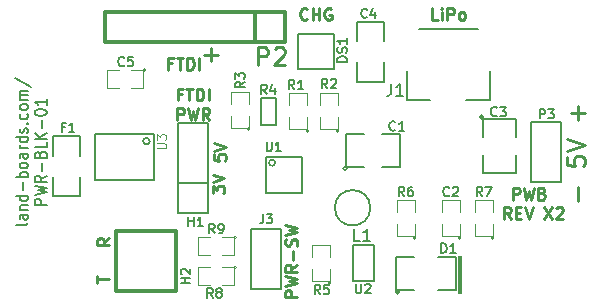
<source format=gto>
G04 (created by PCBNEW (2013-05-31 BZR 4019)-stable) date 9/7/2014 5:27:28 PM*
%MOIN*%
G04 Gerber Fmt 3.4, Leading zero omitted, Abs format*
%FSLAX34Y34*%
G01*
G70*
G90*
G04 APERTURE LIST*
%ADD10C,0.00590551*%
%ADD11C,0.00984252*%
%ADD12C,0.00738189*%
%ADD13C,0.00787402*%
%ADD14C,0.005*%
%ADD15C,0.0039*%
%ADD16C,0.006*%
%ADD17C,0.012*%
%ADD18C,0.008*%
G04 APERTURE END LIST*
G54D10*
G54D11*
X57527Y-26143D02*
X57339Y-26143D01*
X57339Y-25749D01*
X57658Y-26143D02*
X57658Y-25881D01*
X57658Y-25749D02*
X57639Y-25768D01*
X57658Y-25787D01*
X57677Y-25768D01*
X57658Y-25749D01*
X57658Y-25787D01*
X57845Y-26143D02*
X57845Y-25749D01*
X57995Y-25749D01*
X58033Y-25768D01*
X58052Y-25787D01*
X58070Y-25824D01*
X58070Y-25881D01*
X58052Y-25918D01*
X58033Y-25937D01*
X57995Y-25956D01*
X57845Y-25956D01*
X58295Y-26143D02*
X58258Y-26124D01*
X58239Y-26106D01*
X58220Y-26068D01*
X58220Y-25956D01*
X58239Y-25918D01*
X58258Y-25899D01*
X58295Y-25881D01*
X58352Y-25881D01*
X58389Y-25899D01*
X58408Y-25918D01*
X58427Y-25956D01*
X58427Y-26068D01*
X58408Y-26106D01*
X58389Y-26124D01*
X58352Y-26143D01*
X58295Y-26143D01*
X48670Y-27590D02*
X48539Y-27590D01*
X48539Y-27797D02*
X48539Y-27403D01*
X48727Y-27403D01*
X48820Y-27403D02*
X49045Y-27403D01*
X48933Y-27797D02*
X48933Y-27403D01*
X49176Y-27797D02*
X49176Y-27403D01*
X49270Y-27403D01*
X49326Y-27422D01*
X49364Y-27459D01*
X49383Y-27497D01*
X49401Y-27572D01*
X49401Y-27628D01*
X49383Y-27703D01*
X49364Y-27740D01*
X49326Y-27778D01*
X49270Y-27797D01*
X49176Y-27797D01*
X49570Y-27797D02*
X49570Y-27403D01*
X48985Y-28614D02*
X48854Y-28614D01*
X48854Y-28820D02*
X48854Y-28427D01*
X49041Y-28427D01*
X49135Y-28427D02*
X49360Y-28427D01*
X49248Y-28820D02*
X49248Y-28427D01*
X49491Y-28820D02*
X49491Y-28427D01*
X49585Y-28427D01*
X49641Y-28445D01*
X49679Y-28483D01*
X49698Y-28520D01*
X49716Y-28595D01*
X49716Y-28652D01*
X49698Y-28727D01*
X49679Y-28764D01*
X49641Y-28802D01*
X49585Y-28820D01*
X49491Y-28820D01*
X49885Y-28820D02*
X49885Y-28427D01*
X48845Y-29470D02*
X48845Y-29076D01*
X48995Y-29076D01*
X49032Y-29095D01*
X49051Y-29114D01*
X49070Y-29151D01*
X49070Y-29207D01*
X49051Y-29245D01*
X49032Y-29264D01*
X48995Y-29282D01*
X48845Y-29282D01*
X49201Y-29076D02*
X49295Y-29470D01*
X49370Y-29189D01*
X49445Y-29470D01*
X49538Y-29076D01*
X49913Y-29470D02*
X49782Y-29282D01*
X49688Y-29470D02*
X49688Y-29076D01*
X49838Y-29076D01*
X49876Y-29095D01*
X49895Y-29114D01*
X49913Y-29151D01*
X49913Y-29207D01*
X49895Y-29245D01*
X49876Y-29264D01*
X49838Y-29282D01*
X49688Y-29282D01*
X62199Y-32165D02*
X62199Y-31715D01*
X61833Y-30703D02*
X61833Y-30984D01*
X62114Y-31012D01*
X62086Y-30984D01*
X62058Y-30928D01*
X62058Y-30787D01*
X62086Y-30731D01*
X62114Y-30703D01*
X62170Y-30674D01*
X62311Y-30674D01*
X62367Y-30703D01*
X62395Y-30731D01*
X62424Y-30787D01*
X62424Y-30928D01*
X62395Y-30984D01*
X62367Y-31012D01*
X61833Y-30506D02*
X62424Y-30309D01*
X61833Y-30112D01*
X62199Y-29465D02*
X62199Y-29015D01*
X62424Y-29240D02*
X61974Y-29240D01*
X53183Y-26106D02*
X53164Y-26124D01*
X53108Y-26143D01*
X53070Y-26143D01*
X53014Y-26124D01*
X52977Y-26087D01*
X52958Y-26049D01*
X52939Y-25974D01*
X52939Y-25918D01*
X52958Y-25843D01*
X52977Y-25806D01*
X53014Y-25768D01*
X53070Y-25749D01*
X53108Y-25749D01*
X53164Y-25768D01*
X53183Y-25787D01*
X53352Y-26143D02*
X53352Y-25749D01*
X53352Y-25937D02*
X53577Y-25937D01*
X53577Y-26143D02*
X53577Y-25749D01*
X53970Y-25768D02*
X53933Y-25749D01*
X53877Y-25749D01*
X53820Y-25768D01*
X53783Y-25806D01*
X53764Y-25843D01*
X53745Y-25918D01*
X53745Y-25974D01*
X53764Y-26049D01*
X53783Y-26087D01*
X53820Y-26124D01*
X53877Y-26143D01*
X53914Y-26143D01*
X53970Y-26124D01*
X53989Y-26106D01*
X53989Y-25974D01*
X53914Y-25974D01*
X52836Y-35374D02*
X52442Y-35374D01*
X52442Y-35224D01*
X52461Y-35186D01*
X52480Y-35167D01*
X52517Y-35149D01*
X52574Y-35149D01*
X52611Y-35167D01*
X52630Y-35186D01*
X52649Y-35224D01*
X52649Y-35374D01*
X52442Y-35017D02*
X52836Y-34924D01*
X52555Y-34849D01*
X52836Y-34774D01*
X52442Y-34680D01*
X52836Y-34305D02*
X52649Y-34436D01*
X52836Y-34530D02*
X52442Y-34530D01*
X52442Y-34380D01*
X52461Y-34342D01*
X52480Y-34324D01*
X52517Y-34305D01*
X52574Y-34305D01*
X52611Y-34324D01*
X52630Y-34342D01*
X52649Y-34380D01*
X52649Y-34530D01*
X52686Y-34136D02*
X52686Y-33836D01*
X52817Y-33667D02*
X52836Y-33611D01*
X52836Y-33517D01*
X52817Y-33480D01*
X52799Y-33461D01*
X52761Y-33443D01*
X52724Y-33443D01*
X52686Y-33461D01*
X52667Y-33480D01*
X52649Y-33517D01*
X52630Y-33592D01*
X52611Y-33630D01*
X52592Y-33649D01*
X52555Y-33667D01*
X52517Y-33667D01*
X52480Y-33649D01*
X52461Y-33630D01*
X52442Y-33592D01*
X52442Y-33499D01*
X52461Y-33443D01*
X52442Y-33311D02*
X52836Y-33218D01*
X52555Y-33143D01*
X52836Y-33068D01*
X52442Y-32974D01*
X60033Y-32127D02*
X60033Y-31734D01*
X60183Y-31734D01*
X60221Y-31752D01*
X60239Y-31771D01*
X60258Y-31809D01*
X60258Y-31865D01*
X60239Y-31902D01*
X60221Y-31921D01*
X60183Y-31940D01*
X60033Y-31940D01*
X60389Y-31734D02*
X60483Y-32127D01*
X60558Y-31846D01*
X60633Y-32127D01*
X60727Y-31734D01*
X61008Y-31921D02*
X61064Y-31940D01*
X61083Y-31959D01*
X61102Y-31996D01*
X61102Y-32052D01*
X61083Y-32090D01*
X61064Y-32109D01*
X61027Y-32127D01*
X60877Y-32127D01*
X60877Y-31734D01*
X61008Y-31734D01*
X61046Y-31752D01*
X61064Y-31771D01*
X61083Y-31809D01*
X61083Y-31846D01*
X61064Y-31884D01*
X61046Y-31902D01*
X61008Y-31921D01*
X60877Y-31921D01*
X59958Y-32777D02*
X59827Y-32589D01*
X59733Y-32777D02*
X59733Y-32383D01*
X59883Y-32383D01*
X59921Y-32402D01*
X59940Y-32421D01*
X59958Y-32458D01*
X59958Y-32514D01*
X59940Y-32552D01*
X59921Y-32571D01*
X59883Y-32589D01*
X59733Y-32589D01*
X60127Y-32571D02*
X60258Y-32571D01*
X60314Y-32777D02*
X60127Y-32777D01*
X60127Y-32383D01*
X60314Y-32383D01*
X60427Y-32383D02*
X60558Y-32777D01*
X60689Y-32383D01*
X61083Y-32383D02*
X61346Y-32777D01*
X61346Y-32383D02*
X61083Y-32777D01*
X61477Y-32421D02*
X61496Y-32402D01*
X61533Y-32383D01*
X61627Y-32383D01*
X61664Y-32402D01*
X61683Y-32421D01*
X61702Y-32458D01*
X61702Y-32496D01*
X61683Y-32552D01*
X61458Y-32777D01*
X61702Y-32777D01*
X49735Y-27297D02*
X50185Y-27297D01*
X49960Y-27522D02*
X49960Y-27072D01*
X50021Y-31914D02*
X50021Y-31670D01*
X50171Y-31801D01*
X50171Y-31745D01*
X50190Y-31707D01*
X50209Y-31689D01*
X50246Y-31670D01*
X50340Y-31670D01*
X50377Y-31689D01*
X50396Y-31707D01*
X50415Y-31745D01*
X50415Y-31857D01*
X50396Y-31895D01*
X50377Y-31914D01*
X50021Y-31557D02*
X50415Y-31426D01*
X50021Y-31295D01*
X50060Y-30626D02*
X50060Y-30813D01*
X50248Y-30832D01*
X50229Y-30813D01*
X50210Y-30776D01*
X50210Y-30682D01*
X50229Y-30644D01*
X50248Y-30626D01*
X50285Y-30607D01*
X50379Y-30607D01*
X50417Y-30626D01*
X50435Y-30644D01*
X50454Y-30682D01*
X50454Y-30776D01*
X50435Y-30813D01*
X50417Y-30832D01*
X50060Y-30494D02*
X50454Y-30363D01*
X50060Y-30232D01*
X46182Y-34893D02*
X46182Y-34668D01*
X46576Y-34780D02*
X46182Y-34780D01*
X46576Y-33412D02*
X46389Y-33543D01*
X46576Y-33637D02*
X46182Y-33637D01*
X46182Y-33487D01*
X46201Y-33449D01*
X46220Y-33430D01*
X46257Y-33412D01*
X46314Y-33412D01*
X46351Y-33430D01*
X46370Y-33449D01*
X46389Y-33487D01*
X46389Y-33637D01*
G54D12*
X43860Y-32921D02*
X43841Y-32955D01*
X43803Y-32972D01*
X43466Y-32972D01*
X43860Y-32634D02*
X43653Y-32634D01*
X43616Y-32651D01*
X43597Y-32685D01*
X43597Y-32753D01*
X43616Y-32786D01*
X43841Y-32634D02*
X43860Y-32668D01*
X43860Y-32753D01*
X43841Y-32786D01*
X43803Y-32803D01*
X43766Y-32803D01*
X43728Y-32786D01*
X43710Y-32753D01*
X43710Y-32668D01*
X43691Y-32634D01*
X43597Y-32466D02*
X43860Y-32466D01*
X43635Y-32466D02*
X43616Y-32449D01*
X43597Y-32415D01*
X43597Y-32365D01*
X43616Y-32331D01*
X43653Y-32314D01*
X43860Y-32314D01*
X43860Y-31993D02*
X43466Y-31993D01*
X43841Y-31993D02*
X43860Y-32027D01*
X43860Y-32095D01*
X43841Y-32128D01*
X43822Y-32145D01*
X43785Y-32162D01*
X43672Y-32162D01*
X43635Y-32145D01*
X43616Y-32128D01*
X43597Y-32095D01*
X43597Y-32027D01*
X43616Y-31993D01*
X43710Y-31825D02*
X43710Y-31555D01*
X43860Y-31386D02*
X43466Y-31386D01*
X43616Y-31386D02*
X43597Y-31352D01*
X43597Y-31285D01*
X43616Y-31251D01*
X43635Y-31234D01*
X43672Y-31217D01*
X43785Y-31217D01*
X43822Y-31234D01*
X43841Y-31251D01*
X43860Y-31285D01*
X43860Y-31352D01*
X43841Y-31386D01*
X43860Y-31015D02*
X43841Y-31048D01*
X43822Y-31065D01*
X43785Y-31082D01*
X43672Y-31082D01*
X43635Y-31065D01*
X43616Y-31048D01*
X43597Y-31015D01*
X43597Y-30964D01*
X43616Y-30930D01*
X43635Y-30913D01*
X43672Y-30897D01*
X43785Y-30897D01*
X43822Y-30913D01*
X43841Y-30930D01*
X43860Y-30964D01*
X43860Y-31015D01*
X43860Y-30593D02*
X43653Y-30593D01*
X43616Y-30610D01*
X43597Y-30643D01*
X43597Y-30711D01*
X43616Y-30745D01*
X43841Y-30593D02*
X43860Y-30627D01*
X43860Y-30711D01*
X43841Y-30745D01*
X43803Y-30762D01*
X43766Y-30762D01*
X43728Y-30745D01*
X43710Y-30711D01*
X43710Y-30627D01*
X43691Y-30593D01*
X43860Y-30424D02*
X43597Y-30424D01*
X43672Y-30424D02*
X43635Y-30407D01*
X43616Y-30390D01*
X43597Y-30357D01*
X43597Y-30323D01*
X43860Y-30053D02*
X43466Y-30053D01*
X43841Y-30053D02*
X43860Y-30087D01*
X43860Y-30154D01*
X43841Y-30188D01*
X43822Y-30205D01*
X43785Y-30222D01*
X43672Y-30222D01*
X43635Y-30205D01*
X43616Y-30188D01*
X43597Y-30154D01*
X43597Y-30087D01*
X43616Y-30053D01*
X43841Y-29901D02*
X43860Y-29867D01*
X43860Y-29800D01*
X43841Y-29766D01*
X43803Y-29749D01*
X43785Y-29749D01*
X43747Y-29766D01*
X43728Y-29800D01*
X43728Y-29850D01*
X43710Y-29884D01*
X43672Y-29901D01*
X43653Y-29901D01*
X43616Y-29884D01*
X43597Y-29850D01*
X43597Y-29800D01*
X43616Y-29766D01*
X43822Y-29597D02*
X43841Y-29580D01*
X43860Y-29597D01*
X43841Y-29614D01*
X43822Y-29597D01*
X43860Y-29597D01*
X43841Y-29277D02*
X43860Y-29311D01*
X43860Y-29378D01*
X43841Y-29412D01*
X43822Y-29429D01*
X43785Y-29446D01*
X43672Y-29446D01*
X43635Y-29429D01*
X43616Y-29412D01*
X43597Y-29378D01*
X43597Y-29311D01*
X43616Y-29277D01*
X43860Y-29074D02*
X43841Y-29108D01*
X43822Y-29125D01*
X43785Y-29142D01*
X43672Y-29142D01*
X43635Y-29125D01*
X43616Y-29108D01*
X43597Y-29074D01*
X43597Y-29024D01*
X43616Y-28990D01*
X43635Y-28973D01*
X43672Y-28956D01*
X43785Y-28956D01*
X43822Y-28973D01*
X43841Y-28990D01*
X43860Y-29024D01*
X43860Y-29074D01*
X43860Y-28804D02*
X43597Y-28804D01*
X43635Y-28804D02*
X43616Y-28787D01*
X43597Y-28754D01*
X43597Y-28703D01*
X43616Y-28669D01*
X43653Y-28652D01*
X43860Y-28652D01*
X43653Y-28652D02*
X43616Y-28636D01*
X43597Y-28602D01*
X43597Y-28551D01*
X43616Y-28517D01*
X43653Y-28501D01*
X43860Y-28501D01*
X43447Y-28079D02*
X43953Y-28383D01*
X44485Y-32297D02*
X44091Y-32297D01*
X44091Y-32162D01*
X44110Y-32128D01*
X44128Y-32111D01*
X44166Y-32095D01*
X44222Y-32095D01*
X44260Y-32111D01*
X44278Y-32128D01*
X44297Y-32162D01*
X44297Y-32297D01*
X44091Y-31976D02*
X44485Y-31892D01*
X44203Y-31825D01*
X44485Y-31757D01*
X44091Y-31673D01*
X44485Y-31335D02*
X44297Y-31453D01*
X44485Y-31538D02*
X44091Y-31538D01*
X44091Y-31403D01*
X44110Y-31369D01*
X44128Y-31352D01*
X44166Y-31335D01*
X44222Y-31335D01*
X44260Y-31352D01*
X44278Y-31369D01*
X44297Y-31403D01*
X44297Y-31538D01*
X44335Y-31183D02*
X44335Y-30913D01*
X44278Y-30627D02*
X44297Y-30576D01*
X44316Y-30559D01*
X44353Y-30542D01*
X44410Y-30542D01*
X44447Y-30559D01*
X44466Y-30576D01*
X44485Y-30610D01*
X44485Y-30745D01*
X44091Y-30745D01*
X44091Y-30627D01*
X44110Y-30593D01*
X44128Y-30576D01*
X44166Y-30559D01*
X44203Y-30559D01*
X44241Y-30576D01*
X44260Y-30593D01*
X44278Y-30627D01*
X44278Y-30745D01*
X44485Y-30222D02*
X44485Y-30390D01*
X44091Y-30390D01*
X44485Y-30104D02*
X44091Y-30104D01*
X44485Y-29901D02*
X44260Y-30053D01*
X44091Y-29901D02*
X44316Y-30104D01*
X44335Y-29749D02*
X44335Y-29479D01*
X44091Y-29243D02*
X44091Y-29209D01*
X44110Y-29176D01*
X44128Y-29159D01*
X44166Y-29142D01*
X44241Y-29125D01*
X44335Y-29125D01*
X44410Y-29142D01*
X44447Y-29159D01*
X44466Y-29176D01*
X44485Y-29209D01*
X44485Y-29243D01*
X44466Y-29277D01*
X44447Y-29294D01*
X44410Y-29311D01*
X44335Y-29327D01*
X44241Y-29327D01*
X44166Y-29311D01*
X44128Y-29294D01*
X44110Y-29277D01*
X44091Y-29243D01*
X44485Y-28787D02*
X44485Y-28990D01*
X44485Y-28889D02*
X44091Y-28889D01*
X44147Y-28922D01*
X44185Y-28956D01*
X44203Y-28990D01*
G54D13*
X58228Y-34015D02*
X58228Y-35236D01*
X58307Y-34015D02*
X58307Y-35236D01*
G54D14*
X59057Y-29384D02*
G75*
G03X59057Y-29384I-70J0D01*
G74*
G01*
X60136Y-30034D02*
X60136Y-29434D01*
X60136Y-29434D02*
X59036Y-29434D01*
X59036Y-29434D02*
X59036Y-30034D01*
X59036Y-30634D02*
X59036Y-31234D01*
X59036Y-31234D02*
X60136Y-31234D01*
X60136Y-31234D02*
X60136Y-30634D01*
G54D15*
X54247Y-29842D02*
G75*
G03X54247Y-29842I-50J0D01*
G74*
G01*
X54197Y-29392D02*
X54197Y-29792D01*
X54197Y-29792D02*
X53597Y-29792D01*
X53597Y-29792D02*
X53597Y-29392D01*
X53597Y-28992D02*
X53597Y-28592D01*
X53597Y-28592D02*
X54197Y-28592D01*
X54197Y-28592D02*
X54197Y-28992D01*
X53224Y-29842D02*
G75*
G03X53224Y-29842I-50J0D01*
G74*
G01*
X53174Y-29392D02*
X53174Y-29792D01*
X53174Y-29792D02*
X52574Y-29792D01*
X52574Y-29792D02*
X52574Y-29392D01*
X52574Y-28992D02*
X52574Y-28592D01*
X52574Y-28592D02*
X53174Y-28592D01*
X53174Y-28592D02*
X53174Y-28992D01*
X51275Y-29783D02*
G75*
G03X51275Y-29783I-50J0D01*
G74*
G01*
X51225Y-29333D02*
X51225Y-29733D01*
X51225Y-29733D02*
X50625Y-29733D01*
X50625Y-29733D02*
X50625Y-29333D01*
X50625Y-28933D02*
X50625Y-28533D01*
X50625Y-28533D02*
X51225Y-28533D01*
X51225Y-28533D02*
X51225Y-28933D01*
G54D14*
X56246Y-35206D02*
G75*
G03X56246Y-35206I-70J0D01*
G74*
G01*
X56725Y-34056D02*
X56125Y-34056D01*
X56125Y-34056D02*
X56125Y-35156D01*
X56125Y-35156D02*
X56725Y-35156D01*
X57525Y-35156D02*
X58125Y-35156D01*
X58125Y-35156D02*
X58125Y-34056D01*
X58125Y-34056D02*
X57525Y-34056D01*
G54D15*
X53972Y-34901D02*
G75*
G03X53972Y-34901I-50J0D01*
G74*
G01*
X53922Y-34451D02*
X53922Y-34851D01*
X53922Y-34851D02*
X53322Y-34851D01*
X53322Y-34851D02*
X53322Y-34451D01*
X53322Y-34051D02*
X53322Y-33651D01*
X53322Y-33651D02*
X53922Y-33651D01*
X53922Y-33651D02*
X53922Y-34051D01*
X50818Y-33381D02*
G75*
G03X50818Y-33381I-50J0D01*
G74*
G01*
X50318Y-33381D02*
X50718Y-33381D01*
X50718Y-33381D02*
X50718Y-33981D01*
X50718Y-33981D02*
X50318Y-33981D01*
X49918Y-33981D02*
X49518Y-33981D01*
X49518Y-33981D02*
X49518Y-33381D01*
X49518Y-33381D02*
X49918Y-33381D01*
X59405Y-33405D02*
G75*
G03X59405Y-33405I-50J0D01*
G74*
G01*
X59355Y-32955D02*
X59355Y-33355D01*
X59355Y-33355D02*
X58755Y-33355D01*
X58755Y-33355D02*
X58755Y-32955D01*
X58755Y-32555D02*
X58755Y-32155D01*
X58755Y-32155D02*
X59355Y-32155D01*
X59355Y-32155D02*
X59355Y-32555D01*
X56806Y-33405D02*
G75*
G03X56806Y-33405I-50J0D01*
G74*
G01*
X56756Y-32955D02*
X56756Y-33355D01*
X56756Y-33355D02*
X56156Y-33355D01*
X56156Y-33355D02*
X56156Y-32955D01*
X56156Y-32555D02*
X56156Y-32155D01*
X56156Y-32155D02*
X56756Y-32155D01*
X56756Y-32155D02*
X56756Y-32555D01*
G54D10*
X52874Y-27775D02*
X52874Y-26594D01*
X52874Y-26594D02*
X54055Y-26594D01*
X54055Y-26594D02*
X54055Y-27775D01*
X54055Y-27775D02*
X52874Y-27775D01*
G54D16*
X49870Y-32582D02*
X48870Y-32582D01*
X48870Y-32582D02*
X48870Y-29582D01*
X48870Y-29582D02*
X49870Y-29582D01*
X49870Y-29582D02*
X49870Y-32582D01*
X48870Y-31582D02*
X49870Y-31582D01*
G54D17*
X46795Y-35173D02*
X46795Y-33173D01*
X46795Y-33173D02*
X48795Y-33173D01*
X48795Y-33173D02*
X48795Y-35173D01*
X48795Y-35173D02*
X46795Y-35173D01*
X52448Y-25877D02*
X52448Y-26877D01*
X52448Y-26877D02*
X46448Y-26877D01*
X46448Y-26877D02*
X46448Y-25877D01*
X46448Y-25877D02*
X52448Y-25877D01*
X51448Y-25877D02*
X51448Y-26877D01*
G54D15*
X47786Y-27810D02*
G75*
G03X47786Y-27810I-50J0D01*
G74*
G01*
X47286Y-27810D02*
X47686Y-27810D01*
X47686Y-27810D02*
X47686Y-28410D01*
X47686Y-28410D02*
X47286Y-28410D01*
X46886Y-28410D02*
X46486Y-28410D01*
X46486Y-28410D02*
X46486Y-27810D01*
X46486Y-27810D02*
X46886Y-27810D01*
X58302Y-33405D02*
G75*
G03X58302Y-33405I-50J0D01*
G74*
G01*
X58252Y-32955D02*
X58252Y-33355D01*
X58252Y-33355D02*
X57652Y-33355D01*
X57652Y-33355D02*
X57652Y-32955D01*
X57652Y-32555D02*
X57652Y-32155D01*
X57652Y-32155D02*
X58252Y-32155D01*
X58252Y-32155D02*
X58252Y-32555D01*
G54D14*
X54494Y-31092D02*
G75*
G03X54494Y-31092I-70J0D01*
G74*
G01*
X55074Y-29942D02*
X54474Y-29942D01*
X54474Y-29942D02*
X54474Y-31042D01*
X54474Y-31042D02*
X55074Y-31042D01*
X55674Y-31042D02*
X56274Y-31042D01*
X56274Y-31042D02*
X56274Y-29942D01*
X56274Y-29942D02*
X55674Y-29942D01*
X51639Y-29642D02*
X51639Y-28742D01*
X51639Y-28742D02*
X52139Y-28742D01*
X52139Y-28742D02*
X52139Y-29642D01*
X52139Y-29642D02*
X51639Y-29642D01*
G54D15*
X50818Y-34385D02*
G75*
G03X50818Y-34385I-50J0D01*
G74*
G01*
X50318Y-34385D02*
X50718Y-34385D01*
X50718Y-34385D02*
X50718Y-34985D01*
X50718Y-34985D02*
X50318Y-34985D01*
X49918Y-34985D02*
X49518Y-34985D01*
X49518Y-34985D02*
X49518Y-34385D01*
X49518Y-34385D02*
X49918Y-34385D01*
G54D14*
X54689Y-33651D02*
X55389Y-33651D01*
X55389Y-33651D02*
X55389Y-34851D01*
X55389Y-34851D02*
X54689Y-34851D01*
X54689Y-34851D02*
X54689Y-33651D01*
G54D18*
X52101Y-30899D02*
G75*
G03X52101Y-30899I-100J0D01*
G74*
G01*
X51801Y-31899D02*
X51801Y-30699D01*
X51801Y-30699D02*
X53001Y-30699D01*
X53001Y-30699D02*
X53001Y-31899D01*
X53001Y-31899D02*
X51801Y-31899D01*
G54D14*
X48061Y-29933D02*
X46111Y-29933D01*
X46111Y-29933D02*
X46111Y-31483D01*
X46111Y-31483D02*
X48061Y-31483D01*
X48061Y-31483D02*
X48061Y-29933D01*
X47923Y-30183D02*
G75*
G03X47923Y-30183I-111J0D01*
G74*
G01*
G54D10*
X55275Y-32401D02*
G75*
G03X55275Y-32401I-590J0D01*
G74*
G01*
X58464Y-28818D02*
X59251Y-28818D01*
X59251Y-28818D02*
X59251Y-27834D01*
X56496Y-27834D02*
X56496Y-28818D01*
X56496Y-28818D02*
X57283Y-28818D01*
X56889Y-26456D02*
X58858Y-26456D01*
G54D16*
X60641Y-29531D02*
X61641Y-29531D01*
X61641Y-29531D02*
X61641Y-31531D01*
X61641Y-31531D02*
X60641Y-31531D01*
X60641Y-31531D02*
X60641Y-29531D01*
G54D14*
X45607Y-30023D02*
X44707Y-30023D01*
X44707Y-30023D02*
X44707Y-30673D01*
X45607Y-31373D02*
X45607Y-32023D01*
X45607Y-32023D02*
X44707Y-32023D01*
X44707Y-32023D02*
X44707Y-31373D01*
X45607Y-30673D02*
X45607Y-30023D01*
X54825Y-28204D02*
X55725Y-28204D01*
X55725Y-28204D02*
X55725Y-27554D01*
X54825Y-26854D02*
X54825Y-26204D01*
X54825Y-26204D02*
X55725Y-26204D01*
X55725Y-26204D02*
X55725Y-26854D01*
X54825Y-27554D02*
X54825Y-28204D01*
G54D16*
X51311Y-33094D02*
X52311Y-33094D01*
X52311Y-33094D02*
X52311Y-35094D01*
X52311Y-35094D02*
X51311Y-35094D01*
X51311Y-35094D02*
X51311Y-33094D01*
G54D10*
X59494Y-29329D02*
X59479Y-29344D01*
X59434Y-29359D01*
X59404Y-29359D01*
X59359Y-29344D01*
X59329Y-29314D01*
X59314Y-29284D01*
X59299Y-29224D01*
X59299Y-29179D01*
X59314Y-29119D01*
X59329Y-29089D01*
X59359Y-29059D01*
X59404Y-29044D01*
X59434Y-29044D01*
X59479Y-29059D01*
X59494Y-29074D01*
X59599Y-29044D02*
X59794Y-29044D01*
X59689Y-29164D01*
X59734Y-29164D01*
X59764Y-29179D01*
X59779Y-29194D01*
X59794Y-29224D01*
X59794Y-29299D01*
X59779Y-29329D01*
X59764Y-29344D01*
X59734Y-29359D01*
X59644Y-29359D01*
X59614Y-29344D01*
X59599Y-29329D01*
X53845Y-28420D02*
X53740Y-28270D01*
X53665Y-28420D02*
X53665Y-28105D01*
X53785Y-28105D01*
X53815Y-28120D01*
X53830Y-28135D01*
X53845Y-28165D01*
X53845Y-28210D01*
X53830Y-28240D01*
X53815Y-28255D01*
X53785Y-28270D01*
X53665Y-28270D01*
X53965Y-28135D02*
X53980Y-28120D01*
X54010Y-28105D01*
X54085Y-28105D01*
X54115Y-28120D01*
X54130Y-28135D01*
X54145Y-28165D01*
X54145Y-28195D01*
X54130Y-28240D01*
X53950Y-28420D01*
X54145Y-28420D01*
X52742Y-28454D02*
X52637Y-28304D01*
X52562Y-28454D02*
X52562Y-28139D01*
X52682Y-28139D01*
X52712Y-28154D01*
X52727Y-28169D01*
X52742Y-28199D01*
X52742Y-28244D01*
X52727Y-28274D01*
X52712Y-28289D01*
X52682Y-28304D01*
X52562Y-28304D01*
X53042Y-28454D02*
X52862Y-28454D01*
X52952Y-28454D02*
X52952Y-28139D01*
X52922Y-28184D01*
X52892Y-28214D01*
X52862Y-28229D01*
X51092Y-28202D02*
X50942Y-28307D01*
X51092Y-28382D02*
X50777Y-28382D01*
X50777Y-28262D01*
X50792Y-28232D01*
X50807Y-28217D01*
X50837Y-28202D01*
X50882Y-28202D01*
X50912Y-28217D01*
X50927Y-28232D01*
X50942Y-28262D01*
X50942Y-28382D01*
X50777Y-28097D02*
X50777Y-27902D01*
X50897Y-28007D01*
X50897Y-27962D01*
X50912Y-27932D01*
X50927Y-27917D01*
X50957Y-27902D01*
X51032Y-27902D01*
X51062Y-27917D01*
X51077Y-27932D01*
X51092Y-27962D01*
X51092Y-28052D01*
X51077Y-28082D01*
X51062Y-28097D01*
X57641Y-33907D02*
X57641Y-33592D01*
X57716Y-33592D01*
X57761Y-33607D01*
X57791Y-33637D01*
X57806Y-33667D01*
X57821Y-33727D01*
X57821Y-33772D01*
X57806Y-33832D01*
X57791Y-33862D01*
X57761Y-33892D01*
X57716Y-33907D01*
X57641Y-33907D01*
X58121Y-33907D02*
X57941Y-33907D01*
X58031Y-33907D02*
X58031Y-33592D01*
X58001Y-33637D01*
X57971Y-33667D01*
X57941Y-33682D01*
X53608Y-35284D02*
X53503Y-35134D01*
X53428Y-35284D02*
X53428Y-34970D01*
X53548Y-34970D01*
X53578Y-34985D01*
X53593Y-35000D01*
X53608Y-35029D01*
X53608Y-35074D01*
X53593Y-35104D01*
X53578Y-35119D01*
X53548Y-35134D01*
X53428Y-35134D01*
X53893Y-34970D02*
X53743Y-34970D01*
X53728Y-35119D01*
X53743Y-35104D01*
X53773Y-35089D01*
X53848Y-35089D01*
X53878Y-35104D01*
X53893Y-35119D01*
X53908Y-35149D01*
X53908Y-35224D01*
X53893Y-35254D01*
X53878Y-35269D01*
X53848Y-35284D01*
X53773Y-35284D01*
X53743Y-35269D01*
X53728Y-35254D01*
X50085Y-33257D02*
X49980Y-33107D01*
X49905Y-33257D02*
X49905Y-32942D01*
X50025Y-32942D01*
X50055Y-32957D01*
X50070Y-32972D01*
X50085Y-33002D01*
X50085Y-33047D01*
X50070Y-33077D01*
X50055Y-33092D01*
X50025Y-33107D01*
X49905Y-33107D01*
X50235Y-33257D02*
X50295Y-33257D01*
X50325Y-33242D01*
X50340Y-33227D01*
X50370Y-33182D01*
X50385Y-33122D01*
X50385Y-33002D01*
X50370Y-32972D01*
X50355Y-32957D01*
X50325Y-32942D01*
X50265Y-32942D01*
X50235Y-32957D01*
X50220Y-32972D01*
X50205Y-33002D01*
X50205Y-33077D01*
X50220Y-33107D01*
X50235Y-33122D01*
X50265Y-33137D01*
X50325Y-33137D01*
X50355Y-33122D01*
X50370Y-33107D01*
X50385Y-33077D01*
X59002Y-32017D02*
X58897Y-31867D01*
X58822Y-32017D02*
X58822Y-31702D01*
X58942Y-31702D01*
X58972Y-31717D01*
X58987Y-31732D01*
X59002Y-31762D01*
X59002Y-31807D01*
X58987Y-31837D01*
X58972Y-31852D01*
X58942Y-31867D01*
X58822Y-31867D01*
X59107Y-31702D02*
X59317Y-31702D01*
X59182Y-32017D01*
X56404Y-32017D02*
X56299Y-31867D01*
X56224Y-32017D02*
X56224Y-31702D01*
X56344Y-31702D01*
X56374Y-31717D01*
X56389Y-31732D01*
X56404Y-31762D01*
X56404Y-31807D01*
X56389Y-31837D01*
X56374Y-31852D01*
X56344Y-31867D01*
X56224Y-31867D01*
X56674Y-31702D02*
X56614Y-31702D01*
X56584Y-31717D01*
X56569Y-31732D01*
X56539Y-31777D01*
X56524Y-31837D01*
X56524Y-31957D01*
X56539Y-31987D01*
X56554Y-32002D01*
X56584Y-32017D01*
X56644Y-32017D01*
X56674Y-32002D01*
X56689Y-31987D01*
X56704Y-31957D01*
X56704Y-31882D01*
X56689Y-31852D01*
X56674Y-31837D01*
X56644Y-31822D01*
X56584Y-31822D01*
X56554Y-31837D01*
X56539Y-31852D01*
X56524Y-31882D01*
X54497Y-27528D02*
X54182Y-27528D01*
X54182Y-27453D01*
X54197Y-27408D01*
X54227Y-27378D01*
X54257Y-27363D01*
X54317Y-27348D01*
X54362Y-27348D01*
X54422Y-27363D01*
X54452Y-27378D01*
X54482Y-27408D01*
X54497Y-27453D01*
X54497Y-27528D01*
X54482Y-27228D02*
X54497Y-27183D01*
X54497Y-27108D01*
X54482Y-27078D01*
X54467Y-27063D01*
X54437Y-27048D01*
X54407Y-27048D01*
X54377Y-27063D01*
X54362Y-27078D01*
X54347Y-27108D01*
X54332Y-27168D01*
X54317Y-27198D01*
X54302Y-27213D01*
X54272Y-27228D01*
X54242Y-27228D01*
X54212Y-27213D01*
X54197Y-27198D01*
X54182Y-27168D01*
X54182Y-27093D01*
X54197Y-27048D01*
X54497Y-26748D02*
X54497Y-26928D01*
X54497Y-26838D02*
X54182Y-26838D01*
X54227Y-26868D01*
X54257Y-26898D01*
X54272Y-26928D01*
X49208Y-33021D02*
X49208Y-32706D01*
X49208Y-32856D02*
X49388Y-32856D01*
X49388Y-33021D02*
X49388Y-32706D01*
X49703Y-33021D02*
X49523Y-33021D01*
X49613Y-33021D02*
X49613Y-32706D01*
X49583Y-32751D01*
X49553Y-32781D01*
X49523Y-32796D01*
X49281Y-34925D02*
X48966Y-34925D01*
X49116Y-34925D02*
X49116Y-34745D01*
X49281Y-34745D02*
X48966Y-34745D01*
X48996Y-34610D02*
X48981Y-34595D01*
X48966Y-34565D01*
X48966Y-34490D01*
X48981Y-34460D01*
X48996Y-34445D01*
X49026Y-34430D01*
X49056Y-34430D01*
X49101Y-34445D01*
X49281Y-34625D01*
X49281Y-34430D01*
G54D11*
X51532Y-27640D02*
X51532Y-27050D01*
X51757Y-27050D01*
X51813Y-27078D01*
X51841Y-27106D01*
X51870Y-27162D01*
X51870Y-27246D01*
X51841Y-27303D01*
X51813Y-27331D01*
X51757Y-27359D01*
X51532Y-27359D01*
X52095Y-27106D02*
X52123Y-27078D01*
X52179Y-27050D01*
X52320Y-27050D01*
X52376Y-27078D01*
X52404Y-27106D01*
X52432Y-27162D01*
X52432Y-27218D01*
X52404Y-27303D01*
X52066Y-27640D01*
X52432Y-27640D01*
G54D10*
X47073Y-27656D02*
X47058Y-27671D01*
X47013Y-27686D01*
X46983Y-27686D01*
X46938Y-27671D01*
X46908Y-27641D01*
X46893Y-27611D01*
X46878Y-27551D01*
X46878Y-27506D01*
X46893Y-27446D01*
X46908Y-27416D01*
X46938Y-27386D01*
X46983Y-27371D01*
X47013Y-27371D01*
X47058Y-27386D01*
X47073Y-27401D01*
X47358Y-27371D02*
X47208Y-27371D01*
X47193Y-27521D01*
X47208Y-27506D01*
X47238Y-27491D01*
X47313Y-27491D01*
X47343Y-27506D01*
X47358Y-27521D01*
X47373Y-27551D01*
X47373Y-27626D01*
X47358Y-27656D01*
X47343Y-27671D01*
X47313Y-27686D01*
X47238Y-27686D01*
X47208Y-27671D01*
X47193Y-27656D01*
X57900Y-31987D02*
X57885Y-32002D01*
X57840Y-32017D01*
X57810Y-32017D01*
X57765Y-32002D01*
X57735Y-31972D01*
X57720Y-31942D01*
X57705Y-31882D01*
X57705Y-31837D01*
X57720Y-31777D01*
X57735Y-31747D01*
X57765Y-31717D01*
X57810Y-31702D01*
X57840Y-31702D01*
X57885Y-31717D01*
X57900Y-31732D01*
X58020Y-31732D02*
X58035Y-31717D01*
X58065Y-31702D01*
X58140Y-31702D01*
X58170Y-31717D01*
X58185Y-31732D01*
X58200Y-31762D01*
X58200Y-31792D01*
X58185Y-31837D01*
X58005Y-32017D01*
X58200Y-32017D01*
X56108Y-29802D02*
X56093Y-29817D01*
X56048Y-29832D01*
X56018Y-29832D01*
X55973Y-29817D01*
X55943Y-29787D01*
X55928Y-29757D01*
X55913Y-29697D01*
X55913Y-29652D01*
X55928Y-29592D01*
X55943Y-29562D01*
X55973Y-29532D01*
X56018Y-29517D01*
X56048Y-29517D01*
X56093Y-29532D01*
X56108Y-29547D01*
X56408Y-29832D02*
X56228Y-29832D01*
X56318Y-29832D02*
X56318Y-29517D01*
X56288Y-29562D01*
X56258Y-29592D01*
X56228Y-29607D01*
X51817Y-28611D02*
X51712Y-28461D01*
X51637Y-28611D02*
X51637Y-28296D01*
X51757Y-28296D01*
X51787Y-28311D01*
X51802Y-28326D01*
X51817Y-28356D01*
X51817Y-28401D01*
X51802Y-28431D01*
X51787Y-28446D01*
X51757Y-28461D01*
X51637Y-28461D01*
X52087Y-28401D02*
X52087Y-28611D01*
X52012Y-28281D02*
X51937Y-28506D01*
X52132Y-28506D01*
X50026Y-35403D02*
X49921Y-35253D01*
X49846Y-35403D02*
X49846Y-35088D01*
X49966Y-35088D01*
X49996Y-35103D01*
X50011Y-35118D01*
X50026Y-35148D01*
X50026Y-35193D01*
X50011Y-35223D01*
X49996Y-35238D01*
X49966Y-35253D01*
X49846Y-35253D01*
X50206Y-35223D02*
X50176Y-35208D01*
X50161Y-35193D01*
X50146Y-35163D01*
X50146Y-35148D01*
X50161Y-35118D01*
X50176Y-35103D01*
X50206Y-35088D01*
X50266Y-35088D01*
X50296Y-35103D01*
X50311Y-35118D01*
X50326Y-35148D01*
X50326Y-35163D01*
X50311Y-35193D01*
X50296Y-35208D01*
X50266Y-35223D01*
X50206Y-35223D01*
X50176Y-35238D01*
X50161Y-35253D01*
X50146Y-35283D01*
X50146Y-35343D01*
X50161Y-35373D01*
X50176Y-35388D01*
X50206Y-35403D01*
X50266Y-35403D01*
X50296Y-35388D01*
X50311Y-35373D01*
X50326Y-35343D01*
X50326Y-35283D01*
X50311Y-35253D01*
X50296Y-35238D01*
X50266Y-35223D01*
X54799Y-34930D02*
X54799Y-35185D01*
X54814Y-35215D01*
X54829Y-35230D01*
X54859Y-35245D01*
X54919Y-35245D01*
X54949Y-35230D01*
X54964Y-35215D01*
X54979Y-35185D01*
X54979Y-34930D01*
X55114Y-34960D02*
X55129Y-34945D01*
X55159Y-34930D01*
X55234Y-34930D01*
X55264Y-34945D01*
X55279Y-34960D01*
X55294Y-34990D01*
X55294Y-35020D01*
X55279Y-35065D01*
X55099Y-35245D01*
X55294Y-35245D01*
G54D16*
X51818Y-30215D02*
X51818Y-30457D01*
X51832Y-30486D01*
X51847Y-30500D01*
X51875Y-30515D01*
X51932Y-30515D01*
X51961Y-30500D01*
X51975Y-30486D01*
X51990Y-30457D01*
X51990Y-30215D01*
X52290Y-30515D02*
X52118Y-30515D01*
X52204Y-30515D02*
X52204Y-30215D01*
X52175Y-30257D01*
X52147Y-30286D01*
X52118Y-30300D01*
G54D15*
X48167Y-30425D02*
X48410Y-30425D01*
X48439Y-30411D01*
X48453Y-30396D01*
X48467Y-30368D01*
X48467Y-30311D01*
X48453Y-30282D01*
X48439Y-30268D01*
X48410Y-30253D01*
X48167Y-30253D01*
X48167Y-30139D02*
X48167Y-29953D01*
X48282Y-30053D01*
X48282Y-30011D01*
X48296Y-29982D01*
X48310Y-29968D01*
X48339Y-29953D01*
X48410Y-29953D01*
X48439Y-29968D01*
X48453Y-29982D01*
X48467Y-30011D01*
X48467Y-30096D01*
X48453Y-30125D01*
X48439Y-30139D01*
G54D10*
X54934Y-33505D02*
X54746Y-33505D01*
X54746Y-33112D01*
X55271Y-33505D02*
X55046Y-33505D01*
X55159Y-33505D02*
X55159Y-33112D01*
X55121Y-33168D01*
X55084Y-33205D01*
X55046Y-33224D01*
X55971Y-28269D02*
X55971Y-28550D01*
X55952Y-28607D01*
X55914Y-28644D01*
X55858Y-28663D01*
X55821Y-28663D01*
X56364Y-28663D02*
X56139Y-28663D01*
X56252Y-28663D02*
X56252Y-28269D01*
X56214Y-28325D01*
X56177Y-28363D01*
X56139Y-28382D01*
G54D16*
X60935Y-29426D02*
X60935Y-29126D01*
X61049Y-29126D01*
X61078Y-29141D01*
X61092Y-29155D01*
X61106Y-29184D01*
X61106Y-29226D01*
X61092Y-29255D01*
X61078Y-29269D01*
X61049Y-29284D01*
X60935Y-29284D01*
X61206Y-29126D02*
X61392Y-29126D01*
X61292Y-29241D01*
X61335Y-29241D01*
X61363Y-29255D01*
X61378Y-29269D01*
X61392Y-29298D01*
X61392Y-29369D01*
X61378Y-29398D01*
X61363Y-29412D01*
X61335Y-29426D01*
X61249Y-29426D01*
X61220Y-29412D01*
X61206Y-29398D01*
G54D14*
X45100Y-29714D02*
X45000Y-29714D01*
X45000Y-29871D02*
X45000Y-29571D01*
X45142Y-29571D01*
X45414Y-29871D02*
X45242Y-29871D01*
X45328Y-29871D02*
X45328Y-29571D01*
X45300Y-29614D01*
X45271Y-29642D01*
X45242Y-29657D01*
X55166Y-26037D02*
X55152Y-26052D01*
X55109Y-26066D01*
X55080Y-26066D01*
X55037Y-26052D01*
X55009Y-26023D01*
X54995Y-25994D01*
X54980Y-25937D01*
X54980Y-25894D01*
X54995Y-25837D01*
X55009Y-25809D01*
X55037Y-25780D01*
X55080Y-25766D01*
X55109Y-25766D01*
X55152Y-25780D01*
X55166Y-25794D01*
X55423Y-25866D02*
X55423Y-26066D01*
X55352Y-25752D02*
X55280Y-25966D01*
X55466Y-25966D01*
G54D16*
X51711Y-32616D02*
X51711Y-32830D01*
X51696Y-32873D01*
X51668Y-32902D01*
X51625Y-32916D01*
X51596Y-32916D01*
X51825Y-32616D02*
X52011Y-32616D01*
X51911Y-32730D01*
X51953Y-32730D01*
X51982Y-32745D01*
X51996Y-32759D01*
X52011Y-32788D01*
X52011Y-32859D01*
X51996Y-32888D01*
X51982Y-32902D01*
X51953Y-32916D01*
X51868Y-32916D01*
X51839Y-32902D01*
X51825Y-32888D01*
M02*

</source>
